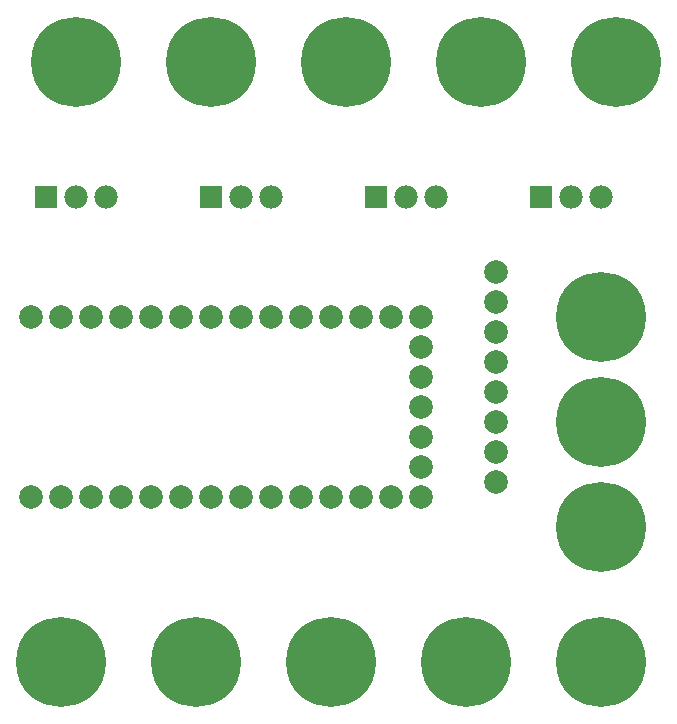
<source format=gbs>
G04 #@! TF.GenerationSoftware,KiCad,Pcbnew,(5.1.10)-1*
G04 #@! TF.CreationDate,2022-02-18T16:50:56-06:00*
G04 #@! TF.ProjectId,MainBoard,4d61696e-426f-4617-9264-2e6b69636164,rev?*
G04 #@! TF.SameCoordinates,Original*
G04 #@! TF.FileFunction,Soldermask,Bot*
G04 #@! TF.FilePolarity,Negative*
%FSLAX46Y46*%
G04 Gerber Fmt 4.6, Leading zero omitted, Abs format (unit mm)*
G04 Created by KiCad (PCBNEW (5.1.10)-1) date 2022-02-18 16:50:56*
%MOMM*%
%LPD*%
G01*
G04 APERTURE LIST*
%ADD10C,2.000000*%
%ADD11C,7.620000*%
%ADD12C,1.980000*%
%ADD13R,1.980000X1.980000*%
G04 APERTURE END LIST*
D10*
X58420000Y-57150000D03*
X58420000Y-54610000D03*
X58420000Y-52070000D03*
X58420000Y-49530000D03*
X58420000Y-46990000D03*
X58420000Y-44450000D03*
X58420000Y-41910000D03*
X58420000Y-39370000D03*
D11*
X67310000Y-43180000D03*
D12*
X53360000Y-33020000D03*
X50810000Y-33020000D03*
D13*
X48260000Y-33020000D03*
D12*
X25420000Y-33020000D03*
X22870000Y-33020000D03*
D13*
X20320000Y-33020000D03*
D11*
X67310000Y-52070000D03*
X67310000Y-60960000D03*
X67310000Y-72390000D03*
X55880000Y-72390000D03*
X44450000Y-72390000D03*
X33020000Y-72390000D03*
X21590000Y-72390000D03*
X68580000Y-21590000D03*
X57150000Y-21590000D03*
X45720000Y-21590000D03*
X34290000Y-21590000D03*
X22860000Y-21590000D03*
D10*
X52070000Y-55880000D03*
X52070000Y-53340000D03*
X52070000Y-50800000D03*
X52070000Y-48260000D03*
X52070000Y-45720000D03*
X52070000Y-58420000D03*
X52070000Y-43180000D03*
X49530000Y-58420000D03*
X49530000Y-43180000D03*
X46990000Y-58420000D03*
X46990000Y-43180000D03*
X44450000Y-58420000D03*
X44450000Y-43180000D03*
X41910000Y-58420000D03*
X41910000Y-43180000D03*
X39370000Y-58420000D03*
X39370000Y-43180000D03*
X36830000Y-58420000D03*
X36830000Y-43180000D03*
X34290000Y-58420000D03*
X34290000Y-43180000D03*
X31750000Y-58420000D03*
X31750000Y-43180000D03*
X29210000Y-58420000D03*
X29210000Y-43180000D03*
X26670000Y-58420000D03*
X26670000Y-43180000D03*
X24130000Y-58420000D03*
X24130000Y-43180000D03*
X21590000Y-58420000D03*
X21590000Y-43180000D03*
X19050000Y-58420000D03*
X19050000Y-43180000D03*
D12*
X67330000Y-33020000D03*
X64780000Y-33020000D03*
D13*
X62230000Y-33020000D03*
D12*
X39390000Y-33020000D03*
X36840000Y-33020000D03*
D13*
X34290000Y-33020000D03*
M02*

</source>
